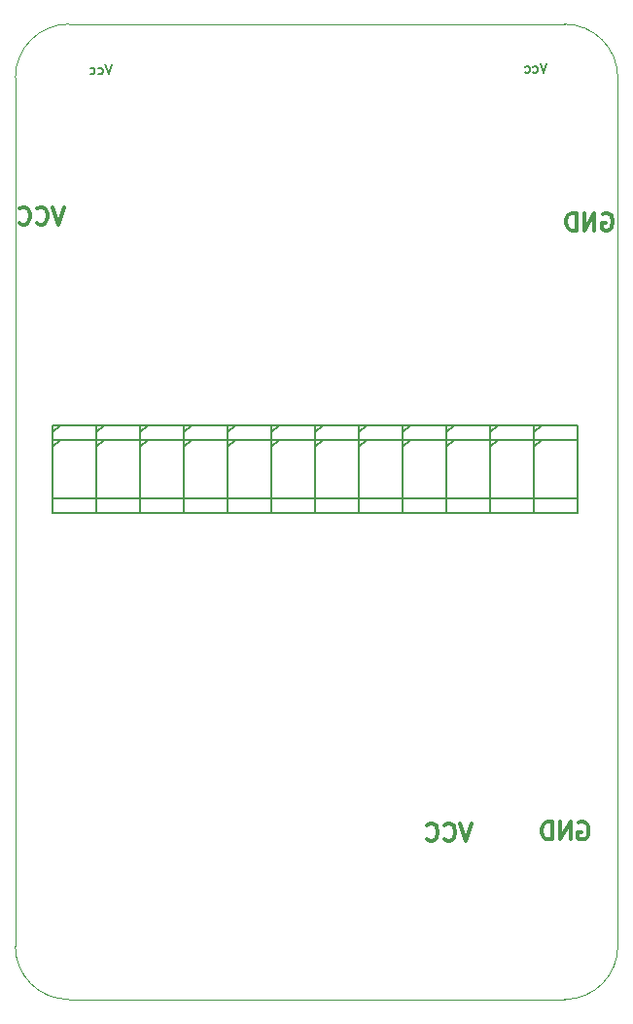
<source format=gbo>
%TF.GenerationSoftware,KiCad,Pcbnew,(5.1.2)-2*%
%TF.CreationDate,2019-08-12T12:17:33+02:00*%
%TF.ProjectId,badge,62616467-652e-46b6-9963-61645f706362,1*%
%TF.SameCoordinates,Original*%
%TF.FileFunction,Legend,Bot*%
%TF.FilePolarity,Positive*%
%FSLAX46Y46*%
G04 Gerber Fmt 4.6, Leading zero omitted, Abs format (unit mm)*
G04 Created by KiCad (PCBNEW (5.1.2)-2) date 2019-08-12 12:17:33*
%MOMM*%
%LPD*%
G04 APERTURE LIST*
%ADD10C,0.304800*%
%ADD11C,0.038100*%
%ADD12C,0.152400*%
%ADD13C,0.200000*%
G04 APERTURE END LIST*
D10*
X96911142Y-66488000D02*
X97056285Y-66415428D01*
X97274000Y-66415428D01*
X97491714Y-66488000D01*
X97636857Y-66633142D01*
X97709428Y-66778285D01*
X97782000Y-67068571D01*
X97782000Y-67286285D01*
X97709428Y-67576571D01*
X97636857Y-67721714D01*
X97491714Y-67866857D01*
X97274000Y-67939428D01*
X97128857Y-67939428D01*
X96911142Y-67866857D01*
X96838571Y-67794285D01*
X96838571Y-67286285D01*
X97128857Y-67286285D01*
X96185428Y-67939428D02*
X96185428Y-66415428D01*
X95314571Y-67939428D01*
X95314571Y-66415428D01*
X94588857Y-67939428D02*
X94588857Y-66415428D01*
X94226000Y-66415428D01*
X94008285Y-66488000D01*
X93863142Y-66633142D01*
X93790571Y-66778285D01*
X93718000Y-67068571D01*
X93718000Y-67286285D01*
X93790571Y-67576571D01*
X93863142Y-67721714D01*
X94008285Y-67866857D01*
X94226000Y-67939428D01*
X94588857Y-67939428D01*
X50032000Y-65915428D02*
X49524000Y-67439428D01*
X49016000Y-65915428D01*
X47637142Y-67294285D02*
X47709714Y-67366857D01*
X47927428Y-67439428D01*
X48072571Y-67439428D01*
X48290285Y-67366857D01*
X48435428Y-67221714D01*
X48508000Y-67076571D01*
X48580571Y-66786285D01*
X48580571Y-66568571D01*
X48508000Y-66278285D01*
X48435428Y-66133142D01*
X48290285Y-65988000D01*
X48072571Y-65915428D01*
X47927428Y-65915428D01*
X47709714Y-65988000D01*
X47637142Y-66060571D01*
X46113142Y-67294285D02*
X46185714Y-67366857D01*
X46403428Y-67439428D01*
X46548571Y-67439428D01*
X46766285Y-67366857D01*
X46911428Y-67221714D01*
X46984000Y-67076571D01*
X47056571Y-66786285D01*
X47056571Y-66568571D01*
X46984000Y-66278285D01*
X46911428Y-66133142D01*
X46766285Y-65988000D01*
X46548571Y-65915428D01*
X46403428Y-65915428D01*
X46185714Y-65988000D01*
X46113142Y-66060571D01*
D11*
X45760000Y-54640000D02*
G75*
G02X50400000Y-50000000I4640000J0D01*
G01*
X93570000Y-50000000D02*
G75*
G02X98210000Y-54640000I0J-4640000D01*
G01*
X98220000Y-130190000D02*
G75*
G02X93580000Y-134830000I-4640000J0D01*
G01*
X50390000Y-134830000D02*
G75*
G02X45750000Y-130190000I0J4640000D01*
G01*
D12*
X92003759Y-53410515D02*
X91732825Y-54223315D01*
X91461892Y-53410515D01*
X90842616Y-54184610D02*
X90920025Y-54223315D01*
X91074844Y-54223315D01*
X91152254Y-54184610D01*
X91190959Y-54145905D01*
X91229663Y-54068496D01*
X91229663Y-53836267D01*
X91190959Y-53758858D01*
X91152254Y-53720153D01*
X91074844Y-53681448D01*
X90920025Y-53681448D01*
X90842616Y-53720153D01*
X90145930Y-54184610D02*
X90223340Y-54223315D01*
X90378159Y-54223315D01*
X90455568Y-54184610D01*
X90494273Y-54145905D01*
X90532978Y-54068496D01*
X90532978Y-53836267D01*
X90494273Y-53758858D01*
X90455568Y-53720153D01*
X90378159Y-53681448D01*
X90223340Y-53681448D01*
X90145930Y-53720153D01*
X54132359Y-53527355D02*
X53861425Y-54340155D01*
X53590492Y-53527355D01*
X52971216Y-54301450D02*
X53048625Y-54340155D01*
X53203444Y-54340155D01*
X53280854Y-54301450D01*
X53319559Y-54262745D01*
X53358263Y-54185336D01*
X53358263Y-53953107D01*
X53319559Y-53875698D01*
X53280854Y-53836993D01*
X53203444Y-53798288D01*
X53048625Y-53798288D01*
X52971216Y-53836993D01*
X52274530Y-54301450D02*
X52351940Y-54340155D01*
X52506759Y-54340155D01*
X52584168Y-54301450D01*
X52622873Y-54262745D01*
X52661578Y-54185336D01*
X52661578Y-53953107D01*
X52622873Y-53875698D01*
X52584168Y-53836993D01*
X52506759Y-53798288D01*
X52351940Y-53798288D01*
X52274530Y-53836993D01*
D10*
X94802142Y-119469000D02*
X94947285Y-119396428D01*
X95165000Y-119396428D01*
X95382714Y-119469000D01*
X95527857Y-119614142D01*
X95600428Y-119759285D01*
X95673000Y-120049571D01*
X95673000Y-120267285D01*
X95600428Y-120557571D01*
X95527857Y-120702714D01*
X95382714Y-120847857D01*
X95165000Y-120920428D01*
X95019857Y-120920428D01*
X94802142Y-120847857D01*
X94729571Y-120775285D01*
X94729571Y-120267285D01*
X95019857Y-120267285D01*
X94076428Y-120920428D02*
X94076428Y-119396428D01*
X93205571Y-120920428D01*
X93205571Y-119396428D01*
X92479857Y-120920428D02*
X92479857Y-119396428D01*
X92117000Y-119396428D01*
X91899285Y-119469000D01*
X91754142Y-119614142D01*
X91681571Y-119759285D01*
X91609000Y-120049571D01*
X91609000Y-120267285D01*
X91681571Y-120557571D01*
X91754142Y-120702714D01*
X91899285Y-120847857D01*
X92117000Y-120920428D01*
X92479857Y-120920428D01*
X85513000Y-119523428D02*
X85005000Y-121047428D01*
X84497000Y-119523428D01*
X83118142Y-120902285D02*
X83190714Y-120974857D01*
X83408428Y-121047428D01*
X83553571Y-121047428D01*
X83771285Y-120974857D01*
X83916428Y-120829714D01*
X83989000Y-120684571D01*
X84061571Y-120394285D01*
X84061571Y-120176571D01*
X83989000Y-119886285D01*
X83916428Y-119741142D01*
X83771285Y-119596000D01*
X83553571Y-119523428D01*
X83408428Y-119523428D01*
X83190714Y-119596000D01*
X83118142Y-119668571D01*
X81594142Y-120902285D02*
X81666714Y-120974857D01*
X81884428Y-121047428D01*
X82029571Y-121047428D01*
X82247285Y-120974857D01*
X82392428Y-120829714D01*
X82465000Y-120684571D01*
X82537571Y-120394285D01*
X82537571Y-120176571D01*
X82465000Y-119886285D01*
X82392428Y-119741142D01*
X82247285Y-119596000D01*
X82029571Y-119523428D01*
X81884428Y-119523428D01*
X81666714Y-119596000D01*
X81594142Y-119668571D01*
D11*
X45760000Y-54640000D02*
X45750000Y-130190000D01*
X93570000Y-50000000D02*
X50400000Y-50000000D01*
X98220000Y-130190000D02*
X98210000Y-54640000D01*
X50390000Y-134830000D02*
X93580000Y-134830000D01*
D13*
X60460000Y-91250000D02*
X60460000Y-86170000D01*
X56650000Y-91250000D02*
X60460000Y-91250000D01*
X56650000Y-86170000D02*
X56650000Y-91250000D01*
X60460000Y-86170000D02*
X56650000Y-86170000D01*
X60460000Y-84900000D02*
X60460000Y-86170000D01*
X56650000Y-84900000D02*
X60460000Y-84900000D01*
X56650000Y-86170000D02*
X56650000Y-84900000D01*
X56650000Y-92520000D02*
X56650000Y-91250000D01*
X60460000Y-92520000D02*
X56650000Y-92520000D01*
X60460000Y-91250000D02*
X60460000Y-92520000D01*
X57285000Y-86170000D02*
X56650000Y-86805000D01*
X57285000Y-84900000D02*
X56650000Y-85535000D01*
X75700000Y-91250000D02*
X75700000Y-86170000D01*
X71890000Y-91250000D02*
X75700000Y-91250000D01*
X71890000Y-86170000D02*
X71890000Y-91250000D01*
X75700000Y-86170000D02*
X71890000Y-86170000D01*
X75700000Y-84900000D02*
X75700000Y-86170000D01*
X71890000Y-84900000D02*
X75700000Y-84900000D01*
X71890000Y-86170000D02*
X71890000Y-84900000D01*
X71890000Y-92520000D02*
X71890000Y-91250000D01*
X75700000Y-92520000D02*
X71890000Y-92520000D01*
X75700000Y-91250000D02*
X75700000Y-92520000D01*
X72525000Y-86170000D02*
X71890000Y-86805000D01*
X72525000Y-84900000D02*
X71890000Y-85535000D01*
X56650000Y-91250000D02*
X56650000Y-86170000D01*
X52840000Y-91250000D02*
X56650000Y-91250000D01*
X52840000Y-86170000D02*
X52840000Y-91250000D01*
X56650000Y-86170000D02*
X52840000Y-86170000D01*
X56650000Y-84900000D02*
X56650000Y-86170000D01*
X52840000Y-84900000D02*
X56650000Y-84900000D01*
X52840000Y-86170000D02*
X52840000Y-84900000D01*
X52840000Y-92520000D02*
X52840000Y-91250000D01*
X56650000Y-92520000D02*
X52840000Y-92520000D01*
X56650000Y-91250000D02*
X56650000Y-92520000D01*
X53475000Y-86170000D02*
X52840000Y-86805000D01*
X53475000Y-84900000D02*
X52840000Y-85535000D01*
X94750000Y-91250000D02*
X94750000Y-86170000D01*
X90940000Y-91250000D02*
X94750000Y-91250000D01*
X90940000Y-86170000D02*
X90940000Y-91250000D01*
X94750000Y-86170000D02*
X90940000Y-86170000D01*
X94750000Y-84900000D02*
X94750000Y-86170000D01*
X90940000Y-84900000D02*
X94750000Y-84900000D01*
X90940000Y-86170000D02*
X90940000Y-84900000D01*
X90940000Y-92520000D02*
X90940000Y-91250000D01*
X94750000Y-92520000D02*
X90940000Y-92520000D01*
X94750000Y-91250000D02*
X94750000Y-92520000D01*
X91575000Y-86170000D02*
X90940000Y-86805000D01*
X91575000Y-84900000D02*
X90940000Y-85535000D01*
X87130000Y-91250000D02*
X87130000Y-86170000D01*
X83320000Y-91250000D02*
X87130000Y-91250000D01*
X83320000Y-86170000D02*
X83320000Y-91250000D01*
X87130000Y-86170000D02*
X83320000Y-86170000D01*
X87130000Y-84900000D02*
X87130000Y-86170000D01*
X83320000Y-84900000D02*
X87130000Y-84900000D01*
X83320000Y-86170000D02*
X83320000Y-84900000D01*
X83320000Y-92520000D02*
X83320000Y-91250000D01*
X87130000Y-92520000D02*
X83320000Y-92520000D01*
X87130000Y-91250000D02*
X87130000Y-92520000D01*
X83955000Y-86170000D02*
X83320000Y-86805000D01*
X83955000Y-84900000D02*
X83320000Y-85535000D01*
X79510000Y-91250000D02*
X79510000Y-86170000D01*
X75700000Y-91250000D02*
X79510000Y-91250000D01*
X75700000Y-86170000D02*
X75700000Y-91250000D01*
X79510000Y-86170000D02*
X75700000Y-86170000D01*
X79510000Y-84900000D02*
X79510000Y-86170000D01*
X75700000Y-84900000D02*
X79510000Y-84900000D01*
X75700000Y-86170000D02*
X75700000Y-84900000D01*
X75700000Y-92520000D02*
X75700000Y-91250000D01*
X79510000Y-92520000D02*
X75700000Y-92520000D01*
X79510000Y-91250000D02*
X79510000Y-92520000D01*
X76335000Y-86170000D02*
X75700000Y-86805000D01*
X76335000Y-84900000D02*
X75700000Y-85535000D01*
X90940000Y-91250000D02*
X90940000Y-86170000D01*
X87130000Y-91250000D02*
X90940000Y-91250000D01*
X87130000Y-86170000D02*
X87130000Y-91250000D01*
X90940000Y-86170000D02*
X87130000Y-86170000D01*
X90940000Y-84900000D02*
X90940000Y-86170000D01*
X87130000Y-84900000D02*
X90940000Y-84900000D01*
X87130000Y-86170000D02*
X87130000Y-84900000D01*
X87130000Y-92520000D02*
X87130000Y-91250000D01*
X90940000Y-92520000D02*
X87130000Y-92520000D01*
X90940000Y-91250000D02*
X90940000Y-92520000D01*
X87765000Y-86170000D02*
X87130000Y-86805000D01*
X87765000Y-84900000D02*
X87130000Y-85535000D01*
X52840000Y-91250000D02*
X52840000Y-86170000D01*
X49030000Y-91250000D02*
X52840000Y-91250000D01*
X49030000Y-86170000D02*
X49030000Y-91250000D01*
X52840000Y-86170000D02*
X49030000Y-86170000D01*
X52840000Y-84900000D02*
X52840000Y-86170000D01*
X49030000Y-84900000D02*
X52840000Y-84900000D01*
X49030000Y-86170000D02*
X49030000Y-84900000D01*
X49030000Y-92520000D02*
X49030000Y-91250000D01*
X52840000Y-92520000D02*
X49030000Y-92520000D01*
X52840000Y-91250000D02*
X52840000Y-92520000D01*
X49665000Y-86170000D02*
X49030000Y-86805000D01*
X49665000Y-84900000D02*
X49030000Y-85535000D01*
X71890000Y-91250000D02*
X71890000Y-86170000D01*
X68080000Y-91250000D02*
X71890000Y-91250000D01*
X68080000Y-86170000D02*
X68080000Y-91250000D01*
X71890000Y-86170000D02*
X68080000Y-86170000D01*
X71890000Y-84900000D02*
X71890000Y-86170000D01*
X68080000Y-84900000D02*
X71890000Y-84900000D01*
X68080000Y-86170000D02*
X68080000Y-84900000D01*
X68080000Y-92520000D02*
X68080000Y-91250000D01*
X71890000Y-92520000D02*
X68080000Y-92520000D01*
X71890000Y-91250000D02*
X71890000Y-92520000D01*
X68715000Y-86170000D02*
X68080000Y-86805000D01*
X68715000Y-84900000D02*
X68080000Y-85535000D01*
X68080000Y-91250000D02*
X68080000Y-86170000D01*
X64270000Y-91250000D02*
X68080000Y-91250000D01*
X64270000Y-86170000D02*
X64270000Y-91250000D01*
X68080000Y-86170000D02*
X64270000Y-86170000D01*
X68080000Y-84900000D02*
X68080000Y-86170000D01*
X64270000Y-84900000D02*
X68080000Y-84900000D01*
X64270000Y-86170000D02*
X64270000Y-84900000D01*
X64270000Y-92520000D02*
X64270000Y-91250000D01*
X68080000Y-92520000D02*
X64270000Y-92520000D01*
X68080000Y-91250000D02*
X68080000Y-92520000D01*
X64905000Y-86170000D02*
X64270000Y-86805000D01*
X64905000Y-84900000D02*
X64270000Y-85535000D01*
X64270000Y-91250000D02*
X64270000Y-86170000D01*
X60460000Y-91250000D02*
X64270000Y-91250000D01*
X60460000Y-86170000D02*
X60460000Y-91250000D01*
X64270000Y-86170000D02*
X60460000Y-86170000D01*
X64270000Y-84900000D02*
X64270000Y-86170000D01*
X60460000Y-84900000D02*
X64270000Y-84900000D01*
X60460000Y-86170000D02*
X60460000Y-84900000D01*
X60460000Y-92520000D02*
X60460000Y-91250000D01*
X64270000Y-92520000D02*
X60460000Y-92520000D01*
X64270000Y-91250000D02*
X64270000Y-92520000D01*
X61095000Y-86170000D02*
X60460000Y-86805000D01*
X61095000Y-84900000D02*
X60460000Y-85535000D01*
X83320000Y-91250000D02*
X83320000Y-86170000D01*
X79510000Y-91250000D02*
X83320000Y-91250000D01*
X79510000Y-86170000D02*
X79510000Y-91250000D01*
X83320000Y-86170000D02*
X79510000Y-86170000D01*
X83320000Y-84900000D02*
X83320000Y-86170000D01*
X79510000Y-84900000D02*
X83320000Y-84900000D01*
X79510000Y-86170000D02*
X79510000Y-84900000D01*
X79510000Y-92520000D02*
X79510000Y-91250000D01*
X83320000Y-92520000D02*
X79510000Y-92520000D01*
X83320000Y-91250000D02*
X83320000Y-92520000D01*
X80145000Y-86170000D02*
X79510000Y-86805000D01*
X80145000Y-84900000D02*
X79510000Y-85535000D01*
M02*

</source>
